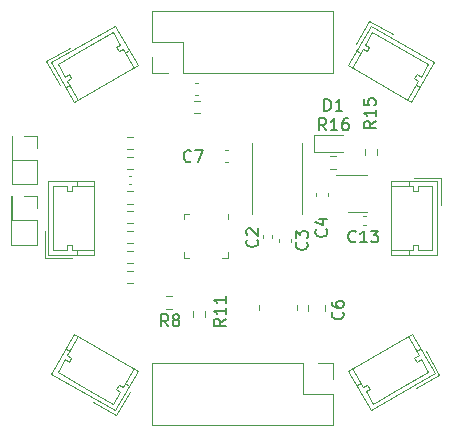
<source format=gbr>
%TF.GenerationSoftware,KiCad,Pcbnew,7.0.5*%
%TF.CreationDate,2024-01-17T11:16:35-05:00*%
%TF.ProjectId,PWR,5057522e-6b69-4636-9164-5f7063625858,rev?*%
%TF.SameCoordinates,Original*%
%TF.FileFunction,Legend,Top*%
%TF.FilePolarity,Positive*%
%FSLAX46Y46*%
G04 Gerber Fmt 4.6, Leading zero omitted, Abs format (unit mm)*
G04 Created by KiCad (PCBNEW 7.0.5) date 2024-01-17 11:16:35*
%MOMM*%
%LPD*%
G01*
G04 APERTURE LIST*
%ADD10C,0.150000*%
%ADD11C,0.120000*%
G04 APERTURE END LIST*
D10*
%TO.C,R15*%
X158244819Y-87182857D02*
X157768628Y-87516190D01*
X158244819Y-87754285D02*
X157244819Y-87754285D01*
X157244819Y-87754285D02*
X157244819Y-87373333D01*
X157244819Y-87373333D02*
X157292438Y-87278095D01*
X157292438Y-87278095D02*
X157340057Y-87230476D01*
X157340057Y-87230476D02*
X157435295Y-87182857D01*
X157435295Y-87182857D02*
X157578152Y-87182857D01*
X157578152Y-87182857D02*
X157673390Y-87230476D01*
X157673390Y-87230476D02*
X157721009Y-87278095D01*
X157721009Y-87278095D02*
X157768628Y-87373333D01*
X157768628Y-87373333D02*
X157768628Y-87754285D01*
X158244819Y-86230476D02*
X158244819Y-86801904D01*
X158244819Y-86516190D02*
X157244819Y-86516190D01*
X157244819Y-86516190D02*
X157387676Y-86611428D01*
X157387676Y-86611428D02*
X157482914Y-86706666D01*
X157482914Y-86706666D02*
X157530533Y-86801904D01*
X157244819Y-85325714D02*
X157244819Y-85801904D01*
X157244819Y-85801904D02*
X157721009Y-85849523D01*
X157721009Y-85849523D02*
X157673390Y-85801904D01*
X157673390Y-85801904D02*
X157625771Y-85706666D01*
X157625771Y-85706666D02*
X157625771Y-85468571D01*
X157625771Y-85468571D02*
X157673390Y-85373333D01*
X157673390Y-85373333D02*
X157721009Y-85325714D01*
X157721009Y-85325714D02*
X157816247Y-85278095D01*
X157816247Y-85278095D02*
X158054342Y-85278095D01*
X158054342Y-85278095D02*
X158149580Y-85325714D01*
X158149580Y-85325714D02*
X158197200Y-85373333D01*
X158197200Y-85373333D02*
X158244819Y-85468571D01*
X158244819Y-85468571D02*
X158244819Y-85706666D01*
X158244819Y-85706666D02*
X158197200Y-85801904D01*
X158197200Y-85801904D02*
X158149580Y-85849523D01*
%TO.C,C4*%
X154059580Y-96356666D02*
X154107200Y-96404285D01*
X154107200Y-96404285D02*
X154154819Y-96547142D01*
X154154819Y-96547142D02*
X154154819Y-96642380D01*
X154154819Y-96642380D02*
X154107200Y-96785237D01*
X154107200Y-96785237D02*
X154011961Y-96880475D01*
X154011961Y-96880475D02*
X153916723Y-96928094D01*
X153916723Y-96928094D02*
X153726247Y-96975713D01*
X153726247Y-96975713D02*
X153583390Y-96975713D01*
X153583390Y-96975713D02*
X153392914Y-96928094D01*
X153392914Y-96928094D02*
X153297676Y-96880475D01*
X153297676Y-96880475D02*
X153202438Y-96785237D01*
X153202438Y-96785237D02*
X153154819Y-96642380D01*
X153154819Y-96642380D02*
X153154819Y-96547142D01*
X153154819Y-96547142D02*
X153202438Y-96404285D01*
X153202438Y-96404285D02*
X153250057Y-96356666D01*
X153488152Y-95499523D02*
X154154819Y-95499523D01*
X153107200Y-95737618D02*
X153821485Y-95975713D01*
X153821485Y-95975713D02*
X153821485Y-95356666D01*
%TO.C,C13*%
X156569642Y-97369580D02*
X156522023Y-97417200D01*
X156522023Y-97417200D02*
X156379166Y-97464819D01*
X156379166Y-97464819D02*
X156283928Y-97464819D01*
X156283928Y-97464819D02*
X156141071Y-97417200D01*
X156141071Y-97417200D02*
X156045833Y-97321961D01*
X156045833Y-97321961D02*
X155998214Y-97226723D01*
X155998214Y-97226723D02*
X155950595Y-97036247D01*
X155950595Y-97036247D02*
X155950595Y-96893390D01*
X155950595Y-96893390D02*
X155998214Y-96702914D01*
X155998214Y-96702914D02*
X156045833Y-96607676D01*
X156045833Y-96607676D02*
X156141071Y-96512438D01*
X156141071Y-96512438D02*
X156283928Y-96464819D01*
X156283928Y-96464819D02*
X156379166Y-96464819D01*
X156379166Y-96464819D02*
X156522023Y-96512438D01*
X156522023Y-96512438D02*
X156569642Y-96560057D01*
X157522023Y-97464819D02*
X156950595Y-97464819D01*
X157236309Y-97464819D02*
X157236309Y-96464819D01*
X157236309Y-96464819D02*
X157141071Y-96607676D01*
X157141071Y-96607676D02*
X157045833Y-96702914D01*
X157045833Y-96702914D02*
X156950595Y-96750533D01*
X157855357Y-96464819D02*
X158474404Y-96464819D01*
X158474404Y-96464819D02*
X158141071Y-96845771D01*
X158141071Y-96845771D02*
X158283928Y-96845771D01*
X158283928Y-96845771D02*
X158379166Y-96893390D01*
X158379166Y-96893390D02*
X158426785Y-96941009D01*
X158426785Y-96941009D02*
X158474404Y-97036247D01*
X158474404Y-97036247D02*
X158474404Y-97274342D01*
X158474404Y-97274342D02*
X158426785Y-97369580D01*
X158426785Y-97369580D02*
X158379166Y-97417200D01*
X158379166Y-97417200D02*
X158283928Y-97464819D01*
X158283928Y-97464819D02*
X157998214Y-97464819D01*
X157998214Y-97464819D02*
X157902976Y-97417200D01*
X157902976Y-97417200D02*
X157855357Y-97369580D01*
%TO.C,R16*%
X154067142Y-87964819D02*
X153733809Y-87488628D01*
X153495714Y-87964819D02*
X153495714Y-86964819D01*
X153495714Y-86964819D02*
X153876666Y-86964819D01*
X153876666Y-86964819D02*
X153971904Y-87012438D01*
X153971904Y-87012438D02*
X154019523Y-87060057D01*
X154019523Y-87060057D02*
X154067142Y-87155295D01*
X154067142Y-87155295D02*
X154067142Y-87298152D01*
X154067142Y-87298152D02*
X154019523Y-87393390D01*
X154019523Y-87393390D02*
X153971904Y-87441009D01*
X153971904Y-87441009D02*
X153876666Y-87488628D01*
X153876666Y-87488628D02*
X153495714Y-87488628D01*
X155019523Y-87964819D02*
X154448095Y-87964819D01*
X154733809Y-87964819D02*
X154733809Y-86964819D01*
X154733809Y-86964819D02*
X154638571Y-87107676D01*
X154638571Y-87107676D02*
X154543333Y-87202914D01*
X154543333Y-87202914D02*
X154448095Y-87250533D01*
X155876666Y-86964819D02*
X155686190Y-86964819D01*
X155686190Y-86964819D02*
X155590952Y-87012438D01*
X155590952Y-87012438D02*
X155543333Y-87060057D01*
X155543333Y-87060057D02*
X155448095Y-87202914D01*
X155448095Y-87202914D02*
X155400476Y-87393390D01*
X155400476Y-87393390D02*
X155400476Y-87774342D01*
X155400476Y-87774342D02*
X155448095Y-87869580D01*
X155448095Y-87869580D02*
X155495714Y-87917200D01*
X155495714Y-87917200D02*
X155590952Y-87964819D01*
X155590952Y-87964819D02*
X155781428Y-87964819D01*
X155781428Y-87964819D02*
X155876666Y-87917200D01*
X155876666Y-87917200D02*
X155924285Y-87869580D01*
X155924285Y-87869580D02*
X155971904Y-87774342D01*
X155971904Y-87774342D02*
X155971904Y-87536247D01*
X155971904Y-87536247D02*
X155924285Y-87441009D01*
X155924285Y-87441009D02*
X155876666Y-87393390D01*
X155876666Y-87393390D02*
X155781428Y-87345771D01*
X155781428Y-87345771D02*
X155590952Y-87345771D01*
X155590952Y-87345771D02*
X155495714Y-87393390D01*
X155495714Y-87393390D02*
X155448095Y-87441009D01*
X155448095Y-87441009D02*
X155400476Y-87536247D01*
%TO.C,R11*%
X145546069Y-103932327D02*
X145069878Y-104265660D01*
X145546069Y-104503755D02*
X144546069Y-104503755D01*
X144546069Y-104503755D02*
X144546069Y-104122803D01*
X144546069Y-104122803D02*
X144593688Y-104027565D01*
X144593688Y-104027565D02*
X144641307Y-103979946D01*
X144641307Y-103979946D02*
X144736545Y-103932327D01*
X144736545Y-103932327D02*
X144879402Y-103932327D01*
X144879402Y-103932327D02*
X144974640Y-103979946D01*
X144974640Y-103979946D02*
X145022259Y-104027565D01*
X145022259Y-104027565D02*
X145069878Y-104122803D01*
X145069878Y-104122803D02*
X145069878Y-104503755D01*
X145546069Y-102979946D02*
X145546069Y-103551374D01*
X145546069Y-103265660D02*
X144546069Y-103265660D01*
X144546069Y-103265660D02*
X144688926Y-103360898D01*
X144688926Y-103360898D02*
X144784164Y-103456136D01*
X144784164Y-103456136D02*
X144831783Y-103551374D01*
X145546069Y-102027565D02*
X145546069Y-102598993D01*
X145546069Y-102313279D02*
X144546069Y-102313279D01*
X144546069Y-102313279D02*
X144688926Y-102408517D01*
X144688926Y-102408517D02*
X144784164Y-102503755D01*
X144784164Y-102503755D02*
X144831783Y-102598993D01*
%TO.C,C3*%
X152399580Y-97459166D02*
X152447200Y-97506785D01*
X152447200Y-97506785D02*
X152494819Y-97649642D01*
X152494819Y-97649642D02*
X152494819Y-97744880D01*
X152494819Y-97744880D02*
X152447200Y-97887737D01*
X152447200Y-97887737D02*
X152351961Y-97982975D01*
X152351961Y-97982975D02*
X152256723Y-98030594D01*
X152256723Y-98030594D02*
X152066247Y-98078213D01*
X152066247Y-98078213D02*
X151923390Y-98078213D01*
X151923390Y-98078213D02*
X151732914Y-98030594D01*
X151732914Y-98030594D02*
X151637676Y-97982975D01*
X151637676Y-97982975D02*
X151542438Y-97887737D01*
X151542438Y-97887737D02*
X151494819Y-97744880D01*
X151494819Y-97744880D02*
X151494819Y-97649642D01*
X151494819Y-97649642D02*
X151542438Y-97506785D01*
X151542438Y-97506785D02*
X151590057Y-97459166D01*
X151494819Y-97125832D02*
X151494819Y-96506785D01*
X151494819Y-96506785D02*
X151875771Y-96840118D01*
X151875771Y-96840118D02*
X151875771Y-96697261D01*
X151875771Y-96697261D02*
X151923390Y-96602023D01*
X151923390Y-96602023D02*
X151971009Y-96554404D01*
X151971009Y-96554404D02*
X152066247Y-96506785D01*
X152066247Y-96506785D02*
X152304342Y-96506785D01*
X152304342Y-96506785D02*
X152399580Y-96554404D01*
X152399580Y-96554404D02*
X152447200Y-96602023D01*
X152447200Y-96602023D02*
X152494819Y-96697261D01*
X152494819Y-96697261D02*
X152494819Y-96982975D01*
X152494819Y-96982975D02*
X152447200Y-97078213D01*
X152447200Y-97078213D02*
X152399580Y-97125832D01*
%TO.C,C2*%
X148209580Y-97219166D02*
X148257200Y-97266785D01*
X148257200Y-97266785D02*
X148304819Y-97409642D01*
X148304819Y-97409642D02*
X148304819Y-97504880D01*
X148304819Y-97504880D02*
X148257200Y-97647737D01*
X148257200Y-97647737D02*
X148161961Y-97742975D01*
X148161961Y-97742975D02*
X148066723Y-97790594D01*
X148066723Y-97790594D02*
X147876247Y-97838213D01*
X147876247Y-97838213D02*
X147733390Y-97838213D01*
X147733390Y-97838213D02*
X147542914Y-97790594D01*
X147542914Y-97790594D02*
X147447676Y-97742975D01*
X147447676Y-97742975D02*
X147352438Y-97647737D01*
X147352438Y-97647737D02*
X147304819Y-97504880D01*
X147304819Y-97504880D02*
X147304819Y-97409642D01*
X147304819Y-97409642D02*
X147352438Y-97266785D01*
X147352438Y-97266785D02*
X147400057Y-97219166D01*
X147400057Y-96838213D02*
X147352438Y-96790594D01*
X147352438Y-96790594D02*
X147304819Y-96695356D01*
X147304819Y-96695356D02*
X147304819Y-96457261D01*
X147304819Y-96457261D02*
X147352438Y-96362023D01*
X147352438Y-96362023D02*
X147400057Y-96314404D01*
X147400057Y-96314404D02*
X147495295Y-96266785D01*
X147495295Y-96266785D02*
X147590533Y-96266785D01*
X147590533Y-96266785D02*
X147733390Y-96314404D01*
X147733390Y-96314404D02*
X148304819Y-96885832D01*
X148304819Y-96885832D02*
X148304819Y-96266785D01*
%TO.C,D1*%
X153921905Y-86324819D02*
X153921905Y-85324819D01*
X153921905Y-85324819D02*
X154160000Y-85324819D01*
X154160000Y-85324819D02*
X154302857Y-85372438D01*
X154302857Y-85372438D02*
X154398095Y-85467676D01*
X154398095Y-85467676D02*
X154445714Y-85562914D01*
X154445714Y-85562914D02*
X154493333Y-85753390D01*
X154493333Y-85753390D02*
X154493333Y-85896247D01*
X154493333Y-85896247D02*
X154445714Y-86086723D01*
X154445714Y-86086723D02*
X154398095Y-86181961D01*
X154398095Y-86181961D02*
X154302857Y-86277200D01*
X154302857Y-86277200D02*
X154160000Y-86324819D01*
X154160000Y-86324819D02*
X153921905Y-86324819D01*
X155445714Y-86324819D02*
X154874286Y-86324819D01*
X155160000Y-86324819D02*
X155160000Y-85324819D01*
X155160000Y-85324819D02*
X155064762Y-85467676D01*
X155064762Y-85467676D02*
X154969524Y-85562914D01*
X154969524Y-85562914D02*
X154874286Y-85610533D01*
%TO.C,C6*%
X155453860Y-103362386D02*
X155501480Y-103410005D01*
X155501480Y-103410005D02*
X155549099Y-103552862D01*
X155549099Y-103552862D02*
X155549099Y-103648100D01*
X155549099Y-103648100D02*
X155501480Y-103790957D01*
X155501480Y-103790957D02*
X155406241Y-103886195D01*
X155406241Y-103886195D02*
X155311003Y-103933814D01*
X155311003Y-103933814D02*
X155120527Y-103981433D01*
X155120527Y-103981433D02*
X154977670Y-103981433D01*
X154977670Y-103981433D02*
X154787194Y-103933814D01*
X154787194Y-103933814D02*
X154691956Y-103886195D01*
X154691956Y-103886195D02*
X154596718Y-103790957D01*
X154596718Y-103790957D02*
X154549099Y-103648100D01*
X154549099Y-103648100D02*
X154549099Y-103552862D01*
X154549099Y-103552862D02*
X154596718Y-103410005D01*
X154596718Y-103410005D02*
X154644337Y-103362386D01*
X154549099Y-102505243D02*
X154549099Y-102695719D01*
X154549099Y-102695719D02*
X154596718Y-102790957D01*
X154596718Y-102790957D02*
X154644337Y-102838576D01*
X154644337Y-102838576D02*
X154787194Y-102933814D01*
X154787194Y-102933814D02*
X154977670Y-102981433D01*
X154977670Y-102981433D02*
X155358622Y-102981433D01*
X155358622Y-102981433D02*
X155453860Y-102933814D01*
X155453860Y-102933814D02*
X155501480Y-102886195D01*
X155501480Y-102886195D02*
X155549099Y-102790957D01*
X155549099Y-102790957D02*
X155549099Y-102600481D01*
X155549099Y-102600481D02*
X155501480Y-102505243D01*
X155501480Y-102505243D02*
X155453860Y-102457624D01*
X155453860Y-102457624D02*
X155358622Y-102410005D01*
X155358622Y-102410005D02*
X155120527Y-102410005D01*
X155120527Y-102410005D02*
X155025289Y-102457624D01*
X155025289Y-102457624D02*
X154977670Y-102505243D01*
X154977670Y-102505243D02*
X154930051Y-102600481D01*
X154930051Y-102600481D02*
X154930051Y-102790957D01*
X154930051Y-102790957D02*
X154977670Y-102886195D01*
X154977670Y-102886195D02*
X155025289Y-102933814D01*
X155025289Y-102933814D02*
X155120527Y-102981433D01*
%TO.C,C7*%
X142621893Y-90573520D02*
X142574274Y-90621140D01*
X142574274Y-90621140D02*
X142431417Y-90668759D01*
X142431417Y-90668759D02*
X142336179Y-90668759D01*
X142336179Y-90668759D02*
X142193322Y-90621140D01*
X142193322Y-90621140D02*
X142098084Y-90525901D01*
X142098084Y-90525901D02*
X142050465Y-90430663D01*
X142050465Y-90430663D02*
X142002846Y-90240187D01*
X142002846Y-90240187D02*
X142002846Y-90097330D01*
X142002846Y-90097330D02*
X142050465Y-89906854D01*
X142050465Y-89906854D02*
X142098084Y-89811616D01*
X142098084Y-89811616D02*
X142193322Y-89716378D01*
X142193322Y-89716378D02*
X142336179Y-89668759D01*
X142336179Y-89668759D02*
X142431417Y-89668759D01*
X142431417Y-89668759D02*
X142574274Y-89716378D01*
X142574274Y-89716378D02*
X142621893Y-89763997D01*
X142955227Y-89668759D02*
X143621893Y-89668759D01*
X143621893Y-89668759D02*
X143193322Y-90668759D01*
%TO.C,R8*%
X140677613Y-104563039D02*
X140344280Y-104086848D01*
X140106185Y-104563039D02*
X140106185Y-103563039D01*
X140106185Y-103563039D02*
X140487137Y-103563039D01*
X140487137Y-103563039D02*
X140582375Y-103610658D01*
X140582375Y-103610658D02*
X140629994Y-103658277D01*
X140629994Y-103658277D02*
X140677613Y-103753515D01*
X140677613Y-103753515D02*
X140677613Y-103896372D01*
X140677613Y-103896372D02*
X140629994Y-103991610D01*
X140629994Y-103991610D02*
X140582375Y-104039229D01*
X140582375Y-104039229D02*
X140487137Y-104086848D01*
X140487137Y-104086848D02*
X140106185Y-104086848D01*
X141249042Y-103991610D02*
X141153804Y-103943991D01*
X141153804Y-103943991D02*
X141106185Y-103896372D01*
X141106185Y-103896372D02*
X141058566Y-103801134D01*
X141058566Y-103801134D02*
X141058566Y-103753515D01*
X141058566Y-103753515D02*
X141106185Y-103658277D01*
X141106185Y-103658277D02*
X141153804Y-103610658D01*
X141153804Y-103610658D02*
X141249042Y-103563039D01*
X141249042Y-103563039D02*
X141439518Y-103563039D01*
X141439518Y-103563039D02*
X141534756Y-103610658D01*
X141534756Y-103610658D02*
X141582375Y-103658277D01*
X141582375Y-103658277D02*
X141629994Y-103753515D01*
X141629994Y-103753515D02*
X141629994Y-103801134D01*
X141629994Y-103801134D02*
X141582375Y-103896372D01*
X141582375Y-103896372D02*
X141534756Y-103943991D01*
X141534756Y-103943991D02*
X141439518Y-103991610D01*
X141439518Y-103991610D02*
X141249042Y-103991610D01*
X141249042Y-103991610D02*
X141153804Y-104039229D01*
X141153804Y-104039229D02*
X141106185Y-104086848D01*
X141106185Y-104086848D02*
X141058566Y-104182086D01*
X141058566Y-104182086D02*
X141058566Y-104372562D01*
X141058566Y-104372562D02*
X141106185Y-104467800D01*
X141106185Y-104467800D02*
X141153804Y-104515420D01*
X141153804Y-104515420D02*
X141249042Y-104563039D01*
X141249042Y-104563039D02*
X141439518Y-104563039D01*
X141439518Y-104563039D02*
X141534756Y-104515420D01*
X141534756Y-104515420D02*
X141582375Y-104467800D01*
X141582375Y-104467800D02*
X141629994Y-104372562D01*
X141629994Y-104372562D02*
X141629994Y-104182086D01*
X141629994Y-104182086D02*
X141582375Y-104086848D01*
X141582375Y-104086848D02*
X141534756Y-104039229D01*
X141534756Y-104039229D02*
X141439518Y-103991610D01*
D11*
%TO.C,J4*%
X163649171Y-108662025D02*
X162499171Y-106670166D01*
X163239364Y-108552217D02*
X161304364Y-105200699D01*
X162034364Y-106465096D02*
X161687953Y-106665096D01*
X161304364Y-105200699D02*
X155917686Y-108310699D01*
X162692953Y-108405807D02*
X162087953Y-107357916D01*
X162087953Y-107357916D02*
X161741543Y-107557916D01*
X161887953Y-107011506D02*
X160957953Y-105400699D01*
X161741543Y-107557916D02*
X161541543Y-107211506D01*
X161541543Y-107211506D02*
X161887953Y-107011506D01*
X161657313Y-109812025D02*
X163649171Y-108662025D01*
X160346025Y-109760807D02*
X162692953Y-108405807D01*
X160346025Y-109760807D02*
X157999096Y-111115807D01*
X157740506Y-109867916D02*
X157540506Y-109521506D01*
X157540506Y-109521506D02*
X157194096Y-109721506D01*
X157999096Y-111115807D02*
X157394096Y-110067916D01*
X157394096Y-110067916D02*
X157740506Y-109867916D01*
X157194096Y-109721506D02*
X156264096Y-108110699D01*
X157852686Y-111662217D02*
X163239364Y-108552217D01*
X156647686Y-109575096D02*
X156994096Y-109375096D01*
X155917686Y-108310699D02*
X157852686Y-111662217D01*
%TO.C,J5*%
X139320000Y-83096978D02*
X139320000Y-81766978D01*
X140650000Y-83096978D02*
X139320000Y-83096978D01*
X141920000Y-83096978D02*
X154680000Y-83096978D01*
X141920000Y-83096978D02*
X141920000Y-80496978D01*
X154680000Y-83096978D02*
X154680000Y-77896978D01*
X139320000Y-80496978D02*
X139320000Y-77896978D01*
X141920000Y-80496978D02*
X139320000Y-80496978D01*
X139320000Y-77896978D02*
X154680000Y-77896978D01*
%TO.C,R15*%
X158362500Y-89555276D02*
X158362500Y-90064724D01*
X157317500Y-89555276D02*
X157317500Y-90064724D01*
%TO.C,J8*%
X163760000Y-91990000D02*
X161460000Y-91990000D01*
X163460000Y-92290000D02*
X159590000Y-92290000D01*
X161050000Y-92290000D02*
X161050000Y-92690000D01*
X159590000Y-92290000D02*
X159590000Y-98510000D01*
X163060000Y-92690000D02*
X161850000Y-92690000D01*
X161850000Y-92690000D02*
X161850000Y-93090000D01*
X161450000Y-92690000D02*
X159590000Y-92690000D01*
X161850000Y-93090000D02*
X161450000Y-93090000D01*
X161450000Y-93090000D02*
X161450000Y-92690000D01*
X163760000Y-94290000D02*
X163760000Y-91990000D01*
X163060000Y-95400000D02*
X163060000Y-92690000D01*
X163060000Y-95400000D02*
X163060000Y-98110000D01*
X161850000Y-97710000D02*
X161450000Y-97710000D01*
X161450000Y-97710000D02*
X161450000Y-98110000D01*
X163060000Y-98110000D02*
X161850000Y-98110000D01*
X161850000Y-98110000D02*
X161850000Y-97710000D01*
X161450000Y-98110000D02*
X159590000Y-98110000D01*
X163460000Y-98510000D02*
X163460000Y-92290000D01*
X161050000Y-98510000D02*
X161050000Y-98110000D01*
X159590000Y-98510000D02*
X163460000Y-98510000D01*
%TO.C,C4*%
X153220000Y-93536267D02*
X153220000Y-93243733D01*
X154240000Y-93536267D02*
X154240000Y-93243733D01*
%TO.C,J7*%
X157714354Y-78709433D02*
X156564354Y-80701292D01*
X157824161Y-79119241D02*
X155889161Y-82470759D01*
X156619161Y-81206362D02*
X156965572Y-81406362D01*
X155889161Y-82470759D02*
X161275839Y-85580759D01*
X157970572Y-79665651D02*
X157365572Y-80713542D01*
X157365572Y-80713542D02*
X157711982Y-80913542D01*
X157165572Y-81059952D02*
X156235572Y-82670759D01*
X157711982Y-80913542D02*
X157511982Y-81259952D01*
X157511982Y-81259952D02*
X157165572Y-81059952D01*
X159706212Y-79859433D02*
X157714354Y-78709433D01*
X160317500Y-81020651D02*
X157970572Y-79665651D01*
X160317500Y-81020651D02*
X162664429Y-82375651D01*
X161713019Y-83223542D02*
X161513019Y-83569952D01*
X161513019Y-83569952D02*
X161859429Y-83769952D01*
X162664429Y-82375651D02*
X162059429Y-83423542D01*
X162059429Y-83423542D02*
X161713019Y-83223542D01*
X161859429Y-83769952D02*
X160929429Y-85380759D01*
X163210839Y-82229241D02*
X157824161Y-79119241D01*
X162005839Y-84316362D02*
X161659429Y-84116362D01*
X161275839Y-85580759D02*
X163210839Y-82229241D01*
%TO.C,C13*%
X157398335Y-95980000D02*
X157166665Y-95980000D01*
X157398335Y-95260000D02*
X157166665Y-95260000D01*
%TO.C,R13*%
X137195276Y-88520000D02*
X137704724Y-88520000D01*
X137195276Y-89565000D02*
X137704724Y-89565000D01*
%TO.C,R16*%
X154902224Y-91227500D02*
X154392776Y-91227500D01*
X154902224Y-90182500D02*
X154392776Y-90182500D01*
%TO.C,J10*%
X130240000Y-98810000D02*
X132540000Y-98810000D01*
X130540000Y-98510000D02*
X134410000Y-98510000D01*
X132950000Y-98510000D02*
X132950000Y-98110000D01*
X134410000Y-98510000D02*
X134410000Y-92290000D01*
X130940000Y-98110000D02*
X132150000Y-98110000D01*
X132150000Y-98110000D02*
X132150000Y-97710000D01*
X132550000Y-98110000D02*
X134410000Y-98110000D01*
X132150000Y-97710000D02*
X132550000Y-97710000D01*
X132550000Y-97710000D02*
X132550000Y-98110000D01*
X130240000Y-96510000D02*
X130240000Y-98810000D01*
X130940000Y-95400000D02*
X130940000Y-98110000D01*
X130940000Y-95400000D02*
X130940000Y-92690000D01*
X132150000Y-93090000D02*
X132550000Y-93090000D01*
X132550000Y-93090000D02*
X132550000Y-92690000D01*
X130940000Y-92690000D02*
X132150000Y-92690000D01*
X132150000Y-92690000D02*
X132150000Y-93090000D01*
X132550000Y-92690000D02*
X134410000Y-92690000D01*
X130540000Y-92290000D02*
X130540000Y-98510000D01*
X132950000Y-92290000D02*
X132950000Y-92690000D01*
X134410000Y-92290000D02*
X130540000Y-92290000D01*
%TO.C,R12*%
X137195276Y-90220000D02*
X137704724Y-90220000D01*
X137195276Y-91265000D02*
X137704724Y-91265000D01*
%TO.C,L2*%
X152000000Y-89088220D02*
X152000000Y-95088220D01*
X147800000Y-89088220D02*
X147800000Y-95088220D01*
%TO.C,R11*%
X142751780Y-103742944D02*
X142751780Y-103233496D01*
X143796780Y-103742944D02*
X143796780Y-103233496D01*
%TO.C,J9*%
X130379354Y-82119433D02*
X131529354Y-84111292D01*
X130789161Y-82229241D02*
X132724161Y-85580759D01*
X131994161Y-84316362D02*
X132340572Y-84116362D01*
X132724161Y-85580759D02*
X138110839Y-82470759D01*
X131335572Y-82375651D02*
X131940572Y-83423542D01*
X131940572Y-83423542D02*
X132286982Y-83223542D01*
X132140572Y-83769952D02*
X133070572Y-85380759D01*
X132286982Y-83223542D02*
X132486982Y-83569952D01*
X132486982Y-83569952D02*
X132140572Y-83769952D01*
X132371212Y-80969433D02*
X130379354Y-82119433D01*
X133682500Y-81020651D02*
X131335572Y-82375651D01*
X133682500Y-81020651D02*
X136029429Y-79665651D01*
X136288019Y-80913542D02*
X136488019Y-81259952D01*
X136488019Y-81259952D02*
X136834429Y-81059952D01*
X136029429Y-79665651D02*
X136634429Y-80713542D01*
X136634429Y-80713542D02*
X136288019Y-80913542D01*
X136834429Y-81059952D02*
X137764429Y-82670759D01*
X136175839Y-79119241D02*
X130789161Y-82229241D01*
X137380839Y-81206362D02*
X137034429Y-81406362D01*
X138110839Y-82470759D02*
X136175839Y-79119241D01*
%TO.C,U2*%
X141990000Y-95032500D02*
X142465000Y-95032500D01*
X145710000Y-95507500D02*
X145710000Y-95032500D01*
X141990000Y-95507500D02*
X141990000Y-95032500D01*
X145710000Y-98277500D02*
X145710000Y-98752500D01*
X141990000Y-98277500D02*
X141990000Y-98752500D01*
X145710000Y-98752500D02*
X145235000Y-98752500D01*
X141990000Y-98752500D02*
X142465000Y-98752500D01*
%TO.C,C3*%
X151120000Y-97146233D02*
X151120000Y-97438767D01*
X150100000Y-97146233D02*
X150100000Y-97438767D01*
%TO.C,R10*%
X137195276Y-98180000D02*
X137704724Y-98180000D01*
X137195276Y-99225000D02*
X137704724Y-99225000D01*
%TO.C,R14*%
X137195276Y-99880000D02*
X137704724Y-99880000D01*
X137195276Y-100925000D02*
X137704724Y-100925000D01*
%TO.C,L1*%
X151614280Y-102800000D02*
X151614280Y-103200000D01*
X148414280Y-102800000D02*
X148414280Y-103200000D01*
%TO.C,J6*%
X154680000Y-107715000D02*
X154680000Y-109045000D01*
X153350000Y-107715000D02*
X154680000Y-107715000D01*
X152080000Y-107715000D02*
X139320000Y-107715000D01*
X152080000Y-107715000D02*
X152080000Y-110315000D01*
X139320000Y-107715000D02*
X139320000Y-112915000D01*
X154680000Y-110315000D02*
X154680000Y-112915000D01*
X152080000Y-110315000D02*
X154680000Y-110315000D01*
X154680000Y-112915000D02*
X139320000Y-112915000D01*
%TO.C,C2*%
X149460000Y-96826665D02*
X149460000Y-97058335D01*
X148740000Y-96826665D02*
X148740000Y-97058335D01*
%TO.C,C5*%
X142953733Y-83940000D02*
X143246267Y-83940000D01*
X142953733Y-84960000D02*
X143246267Y-84960000D01*
%TO.C,U4*%
X156712500Y-91750000D02*
X154912500Y-91750000D01*
X156712500Y-91750000D02*
X157512500Y-91750000D01*
X156712500Y-94870000D02*
X155912500Y-94870000D01*
X156712500Y-94870000D02*
X157512500Y-94870000D01*
%TO.C,D1*%
X153010000Y-88335000D02*
X153010000Y-89805000D01*
X153010000Y-89805000D02*
X155470000Y-89805000D01*
X155470000Y-88335000D02*
X153010000Y-88335000D01*
%TO.C,R9*%
X137199556Y-93125720D02*
X137709004Y-93125720D01*
X137199556Y-94170720D02*
X137709004Y-94170720D01*
%TO.C,C6*%
X152495000Y-103261252D02*
X152495000Y-102738748D01*
X153965000Y-103261252D02*
X153965000Y-102738748D01*
%TO.C,R1*%
X143354724Y-86522500D02*
X142845276Y-86522500D01*
X143354724Y-85477500D02*
X142845276Y-85477500D01*
%TO.C,J1*%
X136285646Y-112090567D02*
X137435646Y-110098708D01*
X136175839Y-111680759D02*
X138110839Y-108329241D01*
X137380839Y-109593638D02*
X137034428Y-109393638D01*
X138110839Y-108329241D02*
X132724161Y-105219241D01*
X136029428Y-111134349D02*
X136634428Y-110086458D01*
X136634428Y-110086458D02*
X136288018Y-109886458D01*
X136834428Y-109740048D02*
X137764428Y-108129241D01*
X136288018Y-109886458D02*
X136488018Y-109540048D01*
X136488018Y-109540048D02*
X136834428Y-109740048D01*
X134293788Y-110940567D02*
X136285646Y-112090567D01*
X133682500Y-109779349D02*
X136029428Y-111134349D01*
X133682500Y-109779349D02*
X131335571Y-108424349D01*
X132286981Y-107576458D02*
X132486981Y-107230048D01*
X132486981Y-107230048D02*
X132140571Y-107030048D01*
X131335571Y-108424349D02*
X131940571Y-107376458D01*
X131940571Y-107376458D02*
X132286981Y-107576458D01*
X132140571Y-107030048D02*
X133070571Y-105419241D01*
X130789161Y-108570759D02*
X136175839Y-111680759D01*
X131994161Y-106483638D02*
X132340571Y-106683638D01*
X132724161Y-105219241D02*
X130789161Y-108570759D01*
%TO.C,R6*%
X137699004Y-95860720D02*
X137189556Y-95860720D01*
X137699004Y-94815720D02*
X137189556Y-94815720D01*
%TO.C,C8*%
X137565835Y-92532500D02*
X137334165Y-92532500D01*
X137565835Y-91812500D02*
X137334165Y-91812500D01*
%TO.C,C7*%
X145770547Y-90678220D02*
X145478013Y-90678220D01*
X145770547Y-89658220D02*
X145478013Y-89658220D01*
%TO.C,J2*%
X129550000Y-88440000D02*
X129550000Y-89500000D01*
X128490000Y-88440000D02*
X129550000Y-88440000D01*
X127490000Y-88440000D02*
X127430000Y-88440000D01*
X127490000Y-88440000D02*
X127490000Y-90500000D01*
X127430000Y-88440000D02*
X127430000Y-92560000D01*
X129550000Y-90500000D02*
X129550000Y-92560000D01*
X127490000Y-90500000D02*
X129550000Y-90500000D01*
X129550000Y-92560000D02*
X127430000Y-92560000D01*
%TO.C,R7*%
X137195276Y-96480000D02*
X137704724Y-96480000D01*
X137195276Y-97525000D02*
X137704724Y-97525000D01*
%TO.C,J3*%
X129540000Y-93530000D02*
X129540000Y-94590000D01*
X128480000Y-93530000D02*
X129540000Y-93530000D01*
X127480000Y-93530000D02*
X127420000Y-93530000D01*
X127480000Y-93530000D02*
X127480000Y-95590000D01*
X127420000Y-93530000D02*
X127420000Y-97650000D01*
X129540000Y-95590000D02*
X129540000Y-97650000D01*
X127480000Y-95590000D02*
X129540000Y-95590000D01*
X129540000Y-97650000D02*
X127420000Y-97650000D01*
%TO.C,R8*%
X141049004Y-103080720D02*
X140539556Y-103080720D01*
X141049004Y-102035720D02*
X140539556Y-102035720D01*
%TD*%
M02*

</source>
